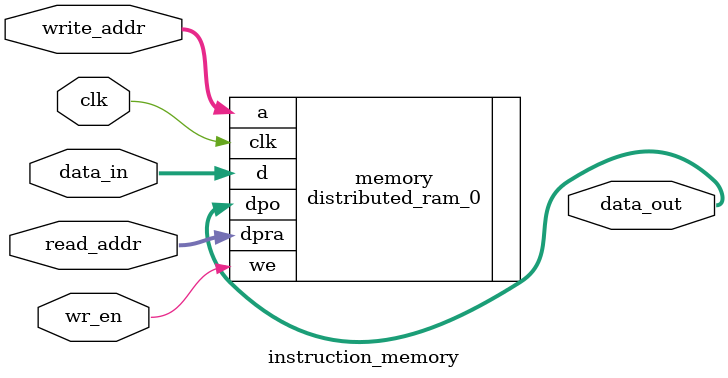
<source format=v>
`timescale 1ns / 1ps


module instruction_memory #(
    localparam CAPACITY = 512,
    localparam BUS_WIDTH = 32,
    localparam ADDR_WIDTH = $clog2(CAPACITY)
) (
    input [ADDR_WIDTH - 1 : 0] read_addr,
    input [ADDR_WIDTH - 1 : 0] write_addr,
    input [BUS_WIDTH - 1 : 0] data_in,
    input wr_en,
    input clk,
    output [BUS_WIDTH - 1 : 0] data_out
);
    distributed_ram_0 memory(
        .d(data_in),
        .a(write_addr),
        .dpra(read_addr),
        .dpo(data_out),
        .clk(clk),
        .we(wr_en)
    );
endmodule

</source>
